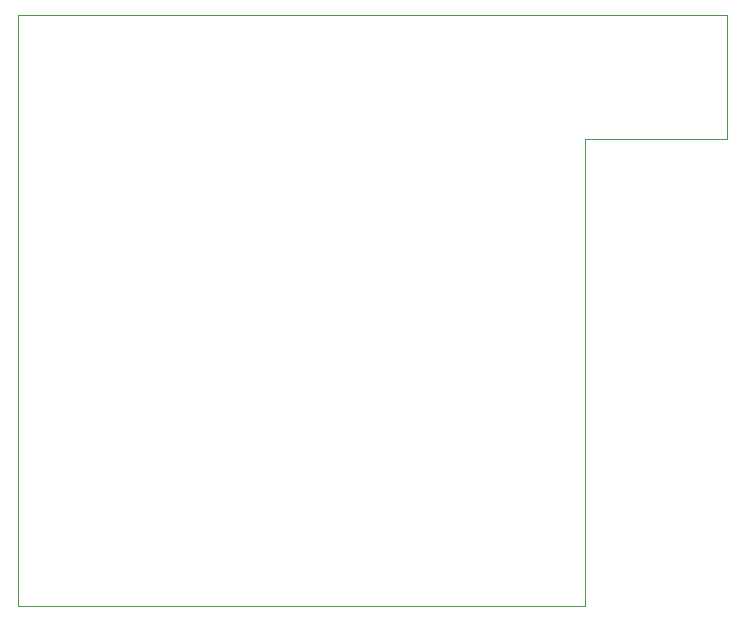
<source format=gbr>
G04 #@! TF.GenerationSoftware,KiCad,Pcbnew,6.0.1-79c1e3a40b~116~ubuntu20.04.1*
G04 #@! TF.CreationDate,2022-02-10T17:59:39+01:00*
G04 #@! TF.ProjectId,SidewinderX1 X axis ConnectorBoard,53696465-7769-46e6-9465-725831205820,rev?*
G04 #@! TF.SameCoordinates,Original*
G04 #@! TF.FileFunction,Profile,NP*
%FSLAX46Y46*%
G04 Gerber Fmt 4.6, Leading zero omitted, Abs format (unit mm)*
G04 Created by KiCad (PCBNEW 6.0.1-79c1e3a40b~116~ubuntu20.04.1) date 2022-02-10 17:59:39*
%MOMM*%
%LPD*%
G01*
G04 APERTURE LIST*
G04 #@! TA.AperFunction,Profile*
%ADD10C,0.050000*%
G04 #@! TD*
G04 APERTURE END LIST*
D10*
X76500000Y-31000000D02*
X76500000Y-20500000D01*
X64500000Y-31000000D02*
X76500000Y-31000000D01*
X64500000Y-70500000D02*
X64500000Y-31000000D01*
X16500000Y-70500000D02*
X64500000Y-70500000D01*
X16500000Y-20500000D02*
X16500000Y-70500000D01*
X76500000Y-20500000D02*
X16500000Y-20500000D01*
M02*

</source>
